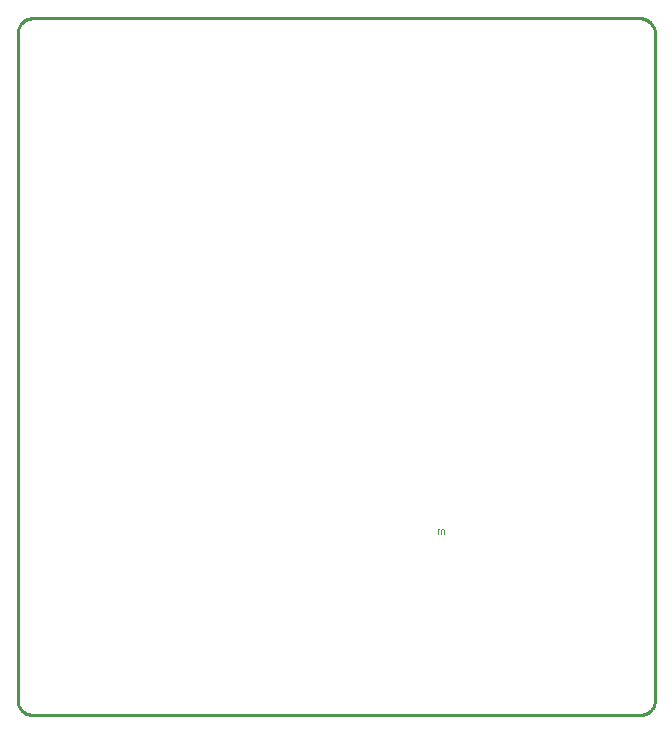
<source format=gm1>
%FSTAX23Y23*%
%MOIN*%
%SFA1B1*%

%IPPOS*%
%ADD10C,0.010000*%
%ADD117C,0.002362*%
%LNunrelo_end_node_pcb-1*%
%LPD*%
G54D10*
X-01043Y01161D02*
D01*
X-01046Y01161*
X-0105Y0116*
X-01053Y0116*
X-01056Y01159*
X-0106Y01158*
X-01063Y01157*
X-01066Y01155*
X-01069Y01153*
X-01072Y01152*
X-01074Y01149*
X-01077Y01147*
X-01079Y01145*
X-01082Y01142*
X-01084Y01139*
X-01085Y01136*
X-01087Y01133*
X-01088Y0113*
X-0109Y01127*
X-01091Y01124*
X-01091Y0112*
X-01092Y01117*
X-01092Y01113*
X-01092Y01112*
Y-01111D02*
D01*
X-01092Y-01114*
X-01092Y-01118*
X-01091Y-01121*
X-0109Y-01125*
X-01089Y-01128*
X-01088Y-01131*
X-01086Y-01134*
X-01084Y-01137*
X-01082Y-0114*
X-0108Y-01143*
X-01078Y-01146*
X-01075Y-01148*
X-01073Y-0115*
X-0107Y-01152*
X-01067Y-01154*
X-01064Y-01156*
X-01061Y-01157*
X-01057Y-01158*
X-01054Y-01159*
X-01051Y-0116*
X-01047Y-01161*
X-01044Y-01161*
X-01042Y-01161*
X01033Y01111D02*
D01*
X01033Y01114*
X01032Y01118*
X01032Y01121*
X01031Y01125*
X0103Y01128*
X01029Y01131*
X01027Y01134*
X01025Y01137*
X01023Y0114*
X01021Y01143*
X01019Y01146*
X01016Y01148*
X01014Y0115*
X01011Y01152*
X01008Y01154*
X01005Y01156*
X01002Y01157*
X00998Y01158*
X00995Y01159*
X00992Y0116*
X00988Y01161*
X00985Y01161*
X00983Y01161*
Y-01161D02*
D01*
X00986Y-01161*
X0099Y-0116*
X00993Y-0116*
X00997Y-01159*
X01Y-01158*
X01003Y-01157*
X01006Y-01155*
X01009Y-01153*
X01012Y-01151*
X01015Y-01149*
X01018Y-01147*
X0102Y-01144*
X01022Y-01142*
X01024Y-01139*
X01026Y-01136*
X01028Y-01133*
X01029Y-0113*
X01031Y-01126*
X01031Y-01123*
X01032Y-0112*
X01033Y-01116*
X01033Y-01113*
X01033Y-01111*
X-01043Y01161D02*
X00983D01*
X-01092Y-01111D02*
Y01112D01*
X01033Y-01111D02*
Y01111D01*
X-00392Y-01161D02*
X00983D01*
X-01042D02*
X-00383D01*
G54D117*
X0033Y-00556D02*
Y-00543D01*
X00327Y-00541*
X00322*
X00319Y-00543*
Y-00556*
X00314Y-00541D02*
X00309D01*
X00311*
Y-00556*
X00314Y-00554*
M02*
</source>
